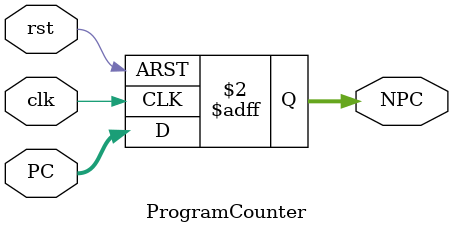
<source format=v>
`timescale 1ns / 1ps
module ProgramCounter(
input clk,
input rst,
input [31:0] PC,
output reg [31:0] NPC
    );
	 
	 always@(posedge clk or posedge rst)
	 begin
		if(rst)begin
			NPC <= 32'd0;
		end
		else begin 
			NPC <= PC;
		end
	end

endmodule

</source>
